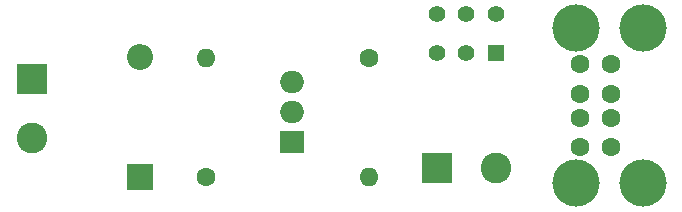
<source format=gbr>
%TF.GenerationSoftware,KiCad,Pcbnew,7.0.9*%
%TF.CreationDate,2023-12-13T20:57:07-06:00*%
%TF.ProjectId,12V to 5V converter,31325620-746f-4203-9556-20636f6e7665,1.0*%
%TF.SameCoordinates,Original*%
%TF.FileFunction,Copper,L2,Bot*%
%TF.FilePolarity,Positive*%
%FSLAX46Y46*%
G04 Gerber Fmt 4.6, Leading zero omitted, Abs format (unit mm)*
G04 Created by KiCad (PCBNEW 7.0.9) date 2023-12-13 20:57:07*
%MOMM*%
%LPD*%
G01*
G04 APERTURE LIST*
%TA.AperFunction,ComponentPad*%
%ADD10C,1.600000*%
%TD*%
%TA.AperFunction,ComponentPad*%
%ADD11C,4.000000*%
%TD*%
%TA.AperFunction,ComponentPad*%
%ADD12R,2.600000X2.600000*%
%TD*%
%TA.AperFunction,ComponentPad*%
%ADD13C,2.600000*%
%TD*%
%TA.AperFunction,ComponentPad*%
%ADD14O,1.600000X1.600000*%
%TD*%
%TA.AperFunction,ComponentPad*%
%ADD15R,1.400000X1.400000*%
%TD*%
%TA.AperFunction,ComponentPad*%
%ADD16C,1.400000*%
%TD*%
%TA.AperFunction,ComponentPad*%
%ADD17R,2.000000X1.905000*%
%TD*%
%TA.AperFunction,ComponentPad*%
%ADD18O,2.000000X1.905000*%
%TD*%
%TA.AperFunction,ComponentPad*%
%ADD19R,2.200000X2.200000*%
%TD*%
%TA.AperFunction,ComponentPad*%
%ADD20O,2.200000X2.200000*%
%TD*%
G04 APERTURE END LIST*
D10*
%TO.P,J3,1A,VBUS1*%
%TO.N,Net-(J2-Pin_1)*%
X154095300Y-96500000D03*
%TO.P,J3,1B,VBUS2*%
X156715300Y-96500000D03*
%TO.P,J3,2A,D-1*%
%TO.N,unconnected-(J4-D-1-Pad2A)*%
X154095300Y-94000000D03*
%TO.P,J3,2B,D-2*%
%TO.N,unconnected-(J4-D-2-Pad2B)*%
X156715300Y-94000000D03*
%TO.P,J3,3A,D+1*%
%TO.N,unconnected-(J4-D+1-Pad3A)*%
X154095300Y-92000000D03*
%TO.P,J3,3B,D+2*%
%TO.N,unconnected-(J4-D+2-Pad3B)*%
X156715300Y-92000000D03*
%TO.P,J3,4A,GND1*%
%TO.N,GND*%
X154095300Y-89500000D03*
%TO.P,J3,4B,GND2*%
X156715300Y-89500000D03*
D11*
%TO.P,J3,9,SHIELD*%
%TO.N,unconnected-(J4-SHIELD-Pad10)*%
X159425300Y-99570000D03*
%TO.P,J3,10,SHIELD*%
X159425300Y-86430000D03*
%TO.P,J3,11,SHIELD*%
X153745300Y-99570000D03*
%TO.P,J3,12,SHIELD*%
X153745300Y-86430000D03*
%TD*%
D12*
%TO.P,J2,1,Pin_1*%
%TO.N,Net-(J2-Pin_1)*%
X141985000Y-98250000D03*
D13*
%TO.P,J2,2,Pin_2*%
%TO.N,GND*%
X146985000Y-98250000D03*
%TD*%
D12*
%TO.P,J1,1,Pin_1*%
%TO.N,Net-(D1-A)*%
X107695000Y-90750000D03*
D13*
%TO.P,J1,2,Pin_2*%
%TO.N,GND*%
X107695000Y-95750000D03*
%TD*%
D10*
%TO.P,C1,1*%
%TO.N,Net-(D1-K)*%
X122500000Y-99000000D03*
D14*
%TO.P,C1,2*%
%TO.N,GND*%
X122500000Y-89000000D03*
%TD*%
D15*
%TO.P,SW1,1,A*%
%TO.N,Net-(J2-Pin_1)*%
X147000000Y-88500000D03*
D16*
%TO.P,SW1,2,B*%
%TO.N,Net-(SW1-B)*%
X144500000Y-88500000D03*
%TO.P,SW1,3,C*%
%TO.N,unconnected-(SW1-C-Pad3)*%
X142000000Y-88500000D03*
%TO.P,SW1,4*%
%TO.N,N/C*%
X147000000Y-85200000D03*
%TO.P,SW1,5*%
X144500000Y-85200000D03*
%TO.P,SW1,6*%
X142000000Y-85200000D03*
%TD*%
D17*
%TO.P,U1,1,VI*%
%TO.N,Net-(D1-K)*%
X129750000Y-96080000D03*
D18*
%TO.P,U1,2,GND*%
%TO.N,GND*%
X129750000Y-93540000D03*
%TO.P,U1,3,VO*%
%TO.N,Net-(SW1-B)*%
X129750000Y-91000000D03*
%TD*%
D19*
%TO.P,D1,1,K*%
%TO.N,Net-(D1-K)*%
X116840000Y-99060000D03*
D20*
%TO.P,D1,2,A*%
%TO.N,Net-(D1-A)*%
X116840000Y-88900000D03*
%TD*%
D10*
%TO.P,C2,1*%
%TO.N,Net-(SW1-B)*%
X136250000Y-89000000D03*
D14*
%TO.P,C2,2*%
%TO.N,GND*%
X136250000Y-99000000D03*
%TD*%
M02*

</source>
